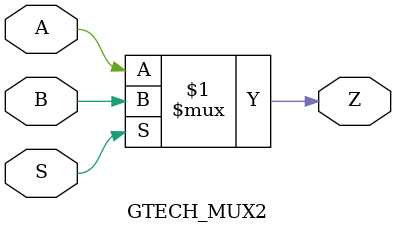
<source format=v>
module GTECH_MUX2(Z, S, A, B);

output Z;
input S;
input A;
input B;

assign Z = S ? B : A;

endmodule

</source>
